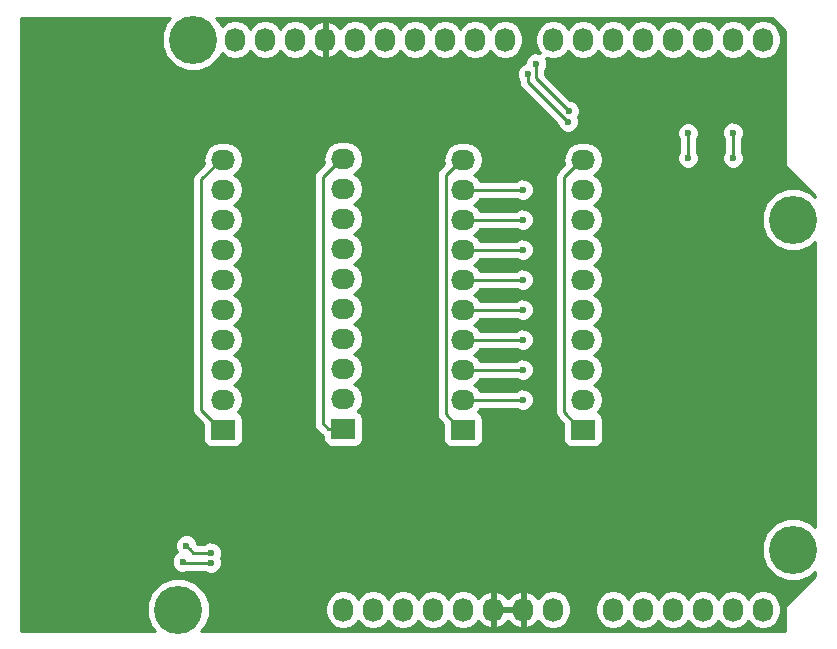
<source format=gbr>
G04 #@! TF.FileFunction,Copper,L2,Bot,Signal*
%FSLAX46Y46*%
G04 Gerber Fmt 4.6, Leading zero omitted, Abs format (unit mm)*
G04 Created by KiCad (PCBNEW 4.0.6-e0-6349~53~ubuntu16.04.1) date Thu Jul 27 14:37:32 2017*
%MOMM*%
%LPD*%
G01*
G04 APERTURE LIST*
%ADD10C,0.100000*%
%ADD11O,1.727200X2.032000*%
%ADD12C,4.064000*%
%ADD13R,2.032000X1.727200*%
%ADD14O,2.032000X1.727200*%
%ADD15C,0.600000*%
%ADD16C,0.250000*%
%ADD17C,0.254000*%
G04 APERTURE END LIST*
D10*
D11*
X138938000Y-123825000D03*
X141478000Y-123825000D03*
X144018000Y-123825000D03*
X146558000Y-123825000D03*
X149098000Y-123825000D03*
X151638000Y-123825000D03*
X154178000Y-123825000D03*
X156718000Y-123825000D03*
X161798000Y-123825000D03*
X164338000Y-123825000D03*
X166878000Y-123825000D03*
X169418000Y-123825000D03*
X171958000Y-123825000D03*
X174498000Y-123825000D03*
X129794000Y-75565000D03*
X132334000Y-75565000D03*
X134874000Y-75565000D03*
X137414000Y-75565000D03*
X139954000Y-75565000D03*
X142494000Y-75565000D03*
X145034000Y-75565000D03*
X147574000Y-75565000D03*
X150114000Y-75565000D03*
X152654000Y-75565000D03*
X156718000Y-75565000D03*
X159258000Y-75565000D03*
X161798000Y-75565000D03*
X164338000Y-75565000D03*
X166878000Y-75565000D03*
X169418000Y-75565000D03*
X171958000Y-75565000D03*
X174498000Y-75565000D03*
D12*
X124968000Y-123825000D03*
X177038000Y-118745000D03*
X126238000Y-75565000D03*
X177038000Y-90805000D03*
D13*
X128778000Y-108585000D03*
D14*
X128778000Y-106045000D03*
X128778000Y-103505000D03*
X128778000Y-100965000D03*
X128778000Y-98425000D03*
X128778000Y-95885000D03*
X128778000Y-93345000D03*
X128778000Y-90805000D03*
X128778000Y-88265000D03*
X128778000Y-85725000D03*
D13*
X138938000Y-108525000D03*
D14*
X138938000Y-105985000D03*
X138938000Y-103445000D03*
X138938000Y-100905000D03*
X138938000Y-98365000D03*
X138938000Y-95825000D03*
X138938000Y-93285000D03*
X138938000Y-90745000D03*
X138938000Y-88205000D03*
X138938000Y-85665000D03*
D13*
X149098000Y-108585000D03*
D14*
X149098000Y-106045000D03*
X149098000Y-103505000D03*
X149098000Y-100965000D03*
X149098000Y-98425000D03*
X149098000Y-95885000D03*
X149098000Y-93345000D03*
X149098000Y-90805000D03*
X149098000Y-88265000D03*
X149098000Y-85725000D03*
D13*
X159258000Y-108585000D03*
D14*
X159258000Y-106045000D03*
X159258000Y-103505000D03*
X159258000Y-100965000D03*
X159258000Y-98425000D03*
X159258000Y-95885000D03*
X159258000Y-93345000D03*
X159258000Y-90805000D03*
X159258000Y-88265000D03*
X159258000Y-85725000D03*
D15*
X136398000Y-114935000D03*
X146558000Y-114935000D03*
X156718000Y-114935000D03*
X166878000Y-114935000D03*
X170053000Y-86675000D03*
X125674011Y-118403194D03*
X127762000Y-118999000D03*
X125349000Y-119761000D03*
X127762000Y-119888000D03*
X154178000Y-88265000D03*
X154178000Y-90805000D03*
X154178000Y-93345000D03*
X154178000Y-95885000D03*
X154178000Y-98425000D03*
X154178000Y-100965000D03*
X154178000Y-103505000D03*
X154178000Y-106045000D03*
X155311010Y-77597000D03*
X158044596Y-81595697D03*
X154559002Y-78486000D03*
X157988000Y-82550000D03*
X171958000Y-85598000D03*
X171958000Y-83439000D03*
X168148000Y-85598000D03*
X168148000Y-83474989D03*
D16*
X125974010Y-118703193D02*
X125674011Y-118403194D01*
X126269817Y-118999000D02*
X125974010Y-118703193D01*
X127762000Y-118999000D02*
X126269817Y-118999000D01*
X127762000Y-119888000D02*
X125476000Y-119888000D01*
X125476000Y-119888000D02*
X125349000Y-119761000D01*
X149098000Y-88265000D02*
X154178000Y-88265000D01*
X149098000Y-90805000D02*
X154178000Y-90805000D01*
X149098000Y-93345000D02*
X154178000Y-93345000D01*
X149098000Y-95885000D02*
X154178000Y-95885000D01*
X149098000Y-98425000D02*
X154178000Y-98425000D01*
X149098000Y-100965000D02*
X154178000Y-100965000D01*
X149098000Y-103505000D02*
X154178000Y-103505000D01*
X149098000Y-106045000D02*
X154178000Y-106045000D01*
X158044596Y-81595697D02*
X155311010Y-78862111D01*
X155311010Y-78862111D02*
X155311010Y-78021264D01*
X155311010Y-78021264D02*
X155311010Y-77597000D01*
X157988000Y-82550000D02*
X154559002Y-79121002D01*
X154559002Y-79121002D02*
X154559002Y-78910264D01*
X154559002Y-78910264D02*
X154559002Y-78486000D01*
X171958000Y-83439000D02*
X171958000Y-85598000D01*
X168148000Y-83474989D02*
X168148000Y-85598000D01*
X126949200Y-106908600D02*
X126949200Y-87401400D01*
X126949200Y-87401400D02*
X128625600Y-85725000D01*
X128625600Y-85725000D02*
X128778000Y-85725000D01*
X128778000Y-108585000D02*
X128625600Y-108585000D01*
X128625600Y-108585000D02*
X126949200Y-106908600D01*
X137210800Y-108063800D02*
X137210800Y-87239800D01*
X137210800Y-87239800D02*
X138785600Y-85665000D01*
X138785600Y-85665000D02*
X138938000Y-85665000D01*
X138938000Y-108525000D02*
X137672000Y-108525000D01*
X137672000Y-108525000D02*
X137210800Y-108063800D01*
X147624800Y-107264200D02*
X147624800Y-87045800D01*
X147624800Y-87045800D02*
X148945600Y-85725000D01*
X148945600Y-85725000D02*
X149098000Y-85725000D01*
X149098000Y-108585000D02*
X148945600Y-108585000D01*
X148945600Y-108585000D02*
X147624800Y-107264200D01*
X157632400Y-107111800D02*
X157632400Y-87198200D01*
X157632400Y-87198200D02*
X159105600Y-85725000D01*
X159105600Y-85725000D02*
X159258000Y-85725000D01*
X159258000Y-108585000D02*
X159105600Y-108585000D01*
X159105600Y-108585000D02*
X157632400Y-107111800D01*
D17*
G36*
X123978345Y-74052293D02*
X123571464Y-75032173D01*
X123570538Y-76093172D01*
X123975709Y-77073761D01*
X124725293Y-77824655D01*
X125705173Y-78231536D01*
X126766172Y-78232462D01*
X127746761Y-77827291D01*
X128497655Y-77077707D01*
X128657071Y-76693789D01*
X128734330Y-76809415D01*
X129220511Y-77134271D01*
X129794000Y-77248345D01*
X130367489Y-77134271D01*
X130853670Y-76809415D01*
X131064000Y-76494634D01*
X131274330Y-76809415D01*
X131760511Y-77134271D01*
X132334000Y-77248345D01*
X132907489Y-77134271D01*
X133393670Y-76809415D01*
X133604000Y-76494634D01*
X133814330Y-76809415D01*
X134300511Y-77134271D01*
X134874000Y-77248345D01*
X135447489Y-77134271D01*
X135933670Y-76809415D01*
X136140461Y-76499931D01*
X136511964Y-76915732D01*
X137039209Y-77169709D01*
X137054974Y-77172358D01*
X137287000Y-77051217D01*
X137287000Y-75692000D01*
X137267000Y-75692000D01*
X137267000Y-75438000D01*
X137287000Y-75438000D01*
X137287000Y-74078783D01*
X137541000Y-74078783D01*
X137541000Y-75438000D01*
X137561000Y-75438000D01*
X137561000Y-75692000D01*
X137541000Y-75692000D01*
X137541000Y-77051217D01*
X137773026Y-77172358D01*
X137788791Y-77169709D01*
X138316036Y-76915732D01*
X138687539Y-76499931D01*
X138894330Y-76809415D01*
X139380511Y-77134271D01*
X139954000Y-77248345D01*
X140527489Y-77134271D01*
X141013670Y-76809415D01*
X141224000Y-76494634D01*
X141434330Y-76809415D01*
X141920511Y-77134271D01*
X142494000Y-77248345D01*
X143067489Y-77134271D01*
X143553670Y-76809415D01*
X143764000Y-76494634D01*
X143974330Y-76809415D01*
X144460511Y-77134271D01*
X145034000Y-77248345D01*
X145607489Y-77134271D01*
X146093670Y-76809415D01*
X146304000Y-76494634D01*
X146514330Y-76809415D01*
X147000511Y-77134271D01*
X147574000Y-77248345D01*
X148147489Y-77134271D01*
X148633670Y-76809415D01*
X148844000Y-76494634D01*
X149054330Y-76809415D01*
X149540511Y-77134271D01*
X150114000Y-77248345D01*
X150687489Y-77134271D01*
X151173670Y-76809415D01*
X151384000Y-76494634D01*
X151594330Y-76809415D01*
X152080511Y-77134271D01*
X152654000Y-77248345D01*
X153227489Y-77134271D01*
X153713670Y-76809415D01*
X154038526Y-76323234D01*
X154152600Y-75749745D01*
X154152600Y-75380255D01*
X154038526Y-74806766D01*
X153713670Y-74320585D01*
X153227489Y-73995729D01*
X152654000Y-73881655D01*
X152080511Y-73995729D01*
X151594330Y-74320585D01*
X151384000Y-74635366D01*
X151173670Y-74320585D01*
X150687489Y-73995729D01*
X150114000Y-73881655D01*
X149540511Y-73995729D01*
X149054330Y-74320585D01*
X148844000Y-74635366D01*
X148633670Y-74320585D01*
X148147489Y-73995729D01*
X147574000Y-73881655D01*
X147000511Y-73995729D01*
X146514330Y-74320585D01*
X146304000Y-74635366D01*
X146093670Y-74320585D01*
X145607489Y-73995729D01*
X145034000Y-73881655D01*
X144460511Y-73995729D01*
X143974330Y-74320585D01*
X143764000Y-74635366D01*
X143553670Y-74320585D01*
X143067489Y-73995729D01*
X142494000Y-73881655D01*
X141920511Y-73995729D01*
X141434330Y-74320585D01*
X141224000Y-74635366D01*
X141013670Y-74320585D01*
X140527489Y-73995729D01*
X139954000Y-73881655D01*
X139380511Y-73995729D01*
X138894330Y-74320585D01*
X138687539Y-74630069D01*
X138316036Y-74214268D01*
X137788791Y-73960291D01*
X137773026Y-73957642D01*
X137541000Y-74078783D01*
X137287000Y-74078783D01*
X137054974Y-73957642D01*
X137039209Y-73960291D01*
X136511964Y-74214268D01*
X136140461Y-74630069D01*
X135933670Y-74320585D01*
X135447489Y-73995729D01*
X134874000Y-73881655D01*
X134300511Y-73995729D01*
X133814330Y-74320585D01*
X133604000Y-74635366D01*
X133393670Y-74320585D01*
X132907489Y-73995729D01*
X132334000Y-73881655D01*
X131760511Y-73995729D01*
X131274330Y-74320585D01*
X131064000Y-74635366D01*
X130853670Y-74320585D01*
X130367489Y-73995729D01*
X129794000Y-73881655D01*
X129220511Y-73995729D01*
X128734330Y-74320585D01*
X128657208Y-74436007D01*
X128500291Y-74056239D01*
X128179612Y-73735000D01*
X175219908Y-73735000D01*
X176328000Y-74843091D01*
X176328000Y-85979000D01*
X176382046Y-86250705D01*
X176535954Y-86481046D01*
X178868000Y-88813091D01*
X178868000Y-88863193D01*
X178550707Y-88545345D01*
X177570827Y-88138464D01*
X176509828Y-88137538D01*
X175529239Y-88542709D01*
X174778345Y-89292293D01*
X174371464Y-90272173D01*
X174370538Y-91333172D01*
X174775709Y-92313761D01*
X175525293Y-93064655D01*
X176505173Y-93471536D01*
X177566172Y-93472462D01*
X178546761Y-93067291D01*
X178868000Y-92746612D01*
X178868000Y-116803193D01*
X178550707Y-116485345D01*
X177570827Y-116078464D01*
X176509828Y-116077538D01*
X175529239Y-116482709D01*
X174778345Y-117232293D01*
X174371464Y-118212173D01*
X174370538Y-119273172D01*
X174775709Y-120253761D01*
X175525293Y-121004655D01*
X176505173Y-121411536D01*
X177566172Y-121412462D01*
X178546761Y-121007291D01*
X178868000Y-120686612D01*
X178868000Y-120990909D01*
X176535954Y-123322954D01*
X176382046Y-123553295D01*
X176328000Y-123825000D01*
X176328000Y-125655000D01*
X126909807Y-125655000D01*
X127227655Y-125337707D01*
X127634536Y-124357827D01*
X127635162Y-123640255D01*
X137439400Y-123640255D01*
X137439400Y-124009745D01*
X137553474Y-124583234D01*
X137878330Y-125069415D01*
X138364511Y-125394271D01*
X138938000Y-125508345D01*
X139511489Y-125394271D01*
X139997670Y-125069415D01*
X140208000Y-124754634D01*
X140418330Y-125069415D01*
X140904511Y-125394271D01*
X141478000Y-125508345D01*
X142051489Y-125394271D01*
X142537670Y-125069415D01*
X142748000Y-124754634D01*
X142958330Y-125069415D01*
X143444511Y-125394271D01*
X144018000Y-125508345D01*
X144591489Y-125394271D01*
X145077670Y-125069415D01*
X145288000Y-124754634D01*
X145498330Y-125069415D01*
X145984511Y-125394271D01*
X146558000Y-125508345D01*
X147131489Y-125394271D01*
X147617670Y-125069415D01*
X147828000Y-124754634D01*
X148038330Y-125069415D01*
X148524511Y-125394271D01*
X149098000Y-125508345D01*
X149671489Y-125394271D01*
X150157670Y-125069415D01*
X150364461Y-124759931D01*
X150735964Y-125175732D01*
X151263209Y-125429709D01*
X151278974Y-125432358D01*
X151511000Y-125311217D01*
X151511000Y-123952000D01*
X151765000Y-123952000D01*
X151765000Y-125311217D01*
X151997026Y-125432358D01*
X152012791Y-125429709D01*
X152540036Y-125175732D01*
X152908000Y-124763892D01*
X153275964Y-125175732D01*
X153803209Y-125429709D01*
X153818974Y-125432358D01*
X154051000Y-125311217D01*
X154051000Y-123952000D01*
X151765000Y-123952000D01*
X151511000Y-123952000D01*
X151491000Y-123952000D01*
X151491000Y-123698000D01*
X151511000Y-123698000D01*
X151511000Y-122338783D01*
X151765000Y-122338783D01*
X151765000Y-123698000D01*
X154051000Y-123698000D01*
X154051000Y-122338783D01*
X154305000Y-122338783D01*
X154305000Y-123698000D01*
X154325000Y-123698000D01*
X154325000Y-123952000D01*
X154305000Y-123952000D01*
X154305000Y-125311217D01*
X154537026Y-125432358D01*
X154552791Y-125429709D01*
X155080036Y-125175732D01*
X155451539Y-124759931D01*
X155658330Y-125069415D01*
X156144511Y-125394271D01*
X156718000Y-125508345D01*
X157291489Y-125394271D01*
X157777670Y-125069415D01*
X158102526Y-124583234D01*
X158216600Y-124009745D01*
X158216600Y-123640255D01*
X160299400Y-123640255D01*
X160299400Y-124009745D01*
X160413474Y-124583234D01*
X160738330Y-125069415D01*
X161224511Y-125394271D01*
X161798000Y-125508345D01*
X162371489Y-125394271D01*
X162857670Y-125069415D01*
X163068000Y-124754634D01*
X163278330Y-125069415D01*
X163764511Y-125394271D01*
X164338000Y-125508345D01*
X164911489Y-125394271D01*
X165397670Y-125069415D01*
X165608000Y-124754634D01*
X165818330Y-125069415D01*
X166304511Y-125394271D01*
X166878000Y-125508345D01*
X167451489Y-125394271D01*
X167937670Y-125069415D01*
X168148000Y-124754634D01*
X168358330Y-125069415D01*
X168844511Y-125394271D01*
X169418000Y-125508345D01*
X169991489Y-125394271D01*
X170477670Y-125069415D01*
X170688000Y-124754634D01*
X170898330Y-125069415D01*
X171384511Y-125394271D01*
X171958000Y-125508345D01*
X172531489Y-125394271D01*
X173017670Y-125069415D01*
X173228000Y-124754634D01*
X173438330Y-125069415D01*
X173924511Y-125394271D01*
X174498000Y-125508345D01*
X175071489Y-125394271D01*
X175557670Y-125069415D01*
X175882526Y-124583234D01*
X175996600Y-124009745D01*
X175996600Y-123640255D01*
X175882526Y-123066766D01*
X175557670Y-122580585D01*
X175071489Y-122255729D01*
X174498000Y-122141655D01*
X173924511Y-122255729D01*
X173438330Y-122580585D01*
X173228000Y-122895366D01*
X173017670Y-122580585D01*
X172531489Y-122255729D01*
X171958000Y-122141655D01*
X171384511Y-122255729D01*
X170898330Y-122580585D01*
X170688000Y-122895366D01*
X170477670Y-122580585D01*
X169991489Y-122255729D01*
X169418000Y-122141655D01*
X168844511Y-122255729D01*
X168358330Y-122580585D01*
X168148000Y-122895366D01*
X167937670Y-122580585D01*
X167451489Y-122255729D01*
X166878000Y-122141655D01*
X166304511Y-122255729D01*
X165818330Y-122580585D01*
X165608000Y-122895366D01*
X165397670Y-122580585D01*
X164911489Y-122255729D01*
X164338000Y-122141655D01*
X163764511Y-122255729D01*
X163278330Y-122580585D01*
X163068000Y-122895366D01*
X162857670Y-122580585D01*
X162371489Y-122255729D01*
X161798000Y-122141655D01*
X161224511Y-122255729D01*
X160738330Y-122580585D01*
X160413474Y-123066766D01*
X160299400Y-123640255D01*
X158216600Y-123640255D01*
X158102526Y-123066766D01*
X157777670Y-122580585D01*
X157291489Y-122255729D01*
X156718000Y-122141655D01*
X156144511Y-122255729D01*
X155658330Y-122580585D01*
X155451539Y-122890069D01*
X155080036Y-122474268D01*
X154552791Y-122220291D01*
X154537026Y-122217642D01*
X154305000Y-122338783D01*
X154051000Y-122338783D01*
X153818974Y-122217642D01*
X153803209Y-122220291D01*
X153275964Y-122474268D01*
X152908000Y-122886108D01*
X152540036Y-122474268D01*
X152012791Y-122220291D01*
X151997026Y-122217642D01*
X151765000Y-122338783D01*
X151511000Y-122338783D01*
X151278974Y-122217642D01*
X151263209Y-122220291D01*
X150735964Y-122474268D01*
X150364461Y-122890069D01*
X150157670Y-122580585D01*
X149671489Y-122255729D01*
X149098000Y-122141655D01*
X148524511Y-122255729D01*
X148038330Y-122580585D01*
X147828000Y-122895366D01*
X147617670Y-122580585D01*
X147131489Y-122255729D01*
X146558000Y-122141655D01*
X145984511Y-122255729D01*
X145498330Y-122580585D01*
X145288000Y-122895366D01*
X145077670Y-122580585D01*
X144591489Y-122255729D01*
X144018000Y-122141655D01*
X143444511Y-122255729D01*
X142958330Y-122580585D01*
X142748000Y-122895366D01*
X142537670Y-122580585D01*
X142051489Y-122255729D01*
X141478000Y-122141655D01*
X140904511Y-122255729D01*
X140418330Y-122580585D01*
X140208000Y-122895366D01*
X139997670Y-122580585D01*
X139511489Y-122255729D01*
X138938000Y-122141655D01*
X138364511Y-122255729D01*
X137878330Y-122580585D01*
X137553474Y-123066766D01*
X137439400Y-123640255D01*
X127635162Y-123640255D01*
X127635462Y-123296828D01*
X127230291Y-122316239D01*
X126480707Y-121565345D01*
X125500827Y-121158464D01*
X124439828Y-121157538D01*
X123459239Y-121562709D01*
X122708345Y-122312293D01*
X122301464Y-123292173D01*
X122300538Y-124353172D01*
X122705709Y-125333761D01*
X123026388Y-125655000D01*
X111708000Y-125655000D01*
X111708000Y-119946167D01*
X124413838Y-119946167D01*
X124555883Y-120289943D01*
X124818673Y-120553192D01*
X125162201Y-120695838D01*
X125534167Y-120696162D01*
X125650728Y-120648000D01*
X127199537Y-120648000D01*
X127231673Y-120680192D01*
X127575201Y-120822838D01*
X127947167Y-120823162D01*
X128290943Y-120681117D01*
X128554192Y-120418327D01*
X128696838Y-120074799D01*
X128697162Y-119702833D01*
X128589920Y-119443286D01*
X128696838Y-119185799D01*
X128697162Y-118813833D01*
X128555117Y-118470057D01*
X128292327Y-118206808D01*
X127948799Y-118064162D01*
X127576833Y-118063838D01*
X127233057Y-118205883D01*
X127199882Y-118239000D01*
X126609155Y-118239000D01*
X126609173Y-118218027D01*
X126467128Y-117874251D01*
X126204338Y-117611002D01*
X125860810Y-117468356D01*
X125488844Y-117468032D01*
X125145068Y-117610077D01*
X124881819Y-117872867D01*
X124739173Y-118216395D01*
X124738849Y-118588361D01*
X124880894Y-118932137D01*
X124888392Y-118939648D01*
X124820057Y-118967883D01*
X124556808Y-119230673D01*
X124414162Y-119574201D01*
X124413838Y-119946167D01*
X111708000Y-119946167D01*
X111708000Y-87401400D01*
X126189200Y-87401400D01*
X126189200Y-106908600D01*
X126247052Y-107199439D01*
X126411799Y-107446001D01*
X127114560Y-108148762D01*
X127114560Y-109448600D01*
X127158838Y-109683917D01*
X127297910Y-109900041D01*
X127510110Y-110045031D01*
X127762000Y-110096040D01*
X129794000Y-110096040D01*
X130029317Y-110051762D01*
X130245441Y-109912690D01*
X130390431Y-109700490D01*
X130441440Y-109448600D01*
X130441440Y-107721400D01*
X130397162Y-107486083D01*
X130258090Y-107269959D01*
X130045890Y-107124969D01*
X130004561Y-107116600D01*
X130022415Y-107104670D01*
X130347271Y-106618489D01*
X130461345Y-106045000D01*
X130347271Y-105471511D01*
X130022415Y-104985330D01*
X129707634Y-104775000D01*
X130022415Y-104564670D01*
X130347271Y-104078489D01*
X130461345Y-103505000D01*
X130347271Y-102931511D01*
X130022415Y-102445330D01*
X129707634Y-102235000D01*
X130022415Y-102024670D01*
X130347271Y-101538489D01*
X130461345Y-100965000D01*
X130347271Y-100391511D01*
X130022415Y-99905330D01*
X129707634Y-99695000D01*
X130022415Y-99484670D01*
X130347271Y-98998489D01*
X130461345Y-98425000D01*
X130347271Y-97851511D01*
X130022415Y-97365330D01*
X129707634Y-97155000D01*
X130022415Y-96944670D01*
X130347271Y-96458489D01*
X130461345Y-95885000D01*
X130347271Y-95311511D01*
X130022415Y-94825330D01*
X129707634Y-94615000D01*
X130022415Y-94404670D01*
X130347271Y-93918489D01*
X130461345Y-93345000D01*
X130347271Y-92771511D01*
X130022415Y-92285330D01*
X129707634Y-92075000D01*
X130022415Y-91864670D01*
X130347271Y-91378489D01*
X130461345Y-90805000D01*
X130347271Y-90231511D01*
X130022415Y-89745330D01*
X129707634Y-89535000D01*
X130022415Y-89324670D01*
X130347271Y-88838489D01*
X130461345Y-88265000D01*
X130347271Y-87691511D01*
X130045448Y-87239800D01*
X136450800Y-87239800D01*
X136450800Y-108063800D01*
X136508652Y-108354639D01*
X136673399Y-108601201D01*
X137134599Y-109062401D01*
X137274560Y-109155920D01*
X137274560Y-109388600D01*
X137318838Y-109623917D01*
X137457910Y-109840041D01*
X137670110Y-109985031D01*
X137922000Y-110036040D01*
X139954000Y-110036040D01*
X140189317Y-109991762D01*
X140405441Y-109852690D01*
X140550431Y-109640490D01*
X140601440Y-109388600D01*
X140601440Y-107661400D01*
X140557162Y-107426083D01*
X140418090Y-107209959D01*
X140205890Y-107064969D01*
X140164561Y-107056600D01*
X140182415Y-107044670D01*
X140507271Y-106558489D01*
X140621345Y-105985000D01*
X140507271Y-105411511D01*
X140182415Y-104925330D01*
X139867634Y-104715000D01*
X140182415Y-104504670D01*
X140507271Y-104018489D01*
X140621345Y-103445000D01*
X140507271Y-102871511D01*
X140182415Y-102385330D01*
X139867634Y-102175000D01*
X140182415Y-101964670D01*
X140507271Y-101478489D01*
X140621345Y-100905000D01*
X140507271Y-100331511D01*
X140182415Y-99845330D01*
X139867634Y-99635000D01*
X140182415Y-99424670D01*
X140507271Y-98938489D01*
X140621345Y-98365000D01*
X140507271Y-97791511D01*
X140182415Y-97305330D01*
X139867634Y-97095000D01*
X140182415Y-96884670D01*
X140507271Y-96398489D01*
X140621345Y-95825000D01*
X140507271Y-95251511D01*
X140182415Y-94765330D01*
X139867634Y-94555000D01*
X140182415Y-94344670D01*
X140507271Y-93858489D01*
X140621345Y-93285000D01*
X140507271Y-92711511D01*
X140182415Y-92225330D01*
X139867634Y-92015000D01*
X140182415Y-91804670D01*
X140507271Y-91318489D01*
X140621345Y-90745000D01*
X140507271Y-90171511D01*
X140182415Y-89685330D01*
X139867634Y-89475000D01*
X140182415Y-89264670D01*
X140507271Y-88778489D01*
X140621345Y-88205000D01*
X140507271Y-87631511D01*
X140182415Y-87145330D01*
X140033458Y-87045800D01*
X146864800Y-87045800D01*
X146864800Y-107264200D01*
X146922652Y-107555039D01*
X147087399Y-107801601D01*
X147434560Y-108148762D01*
X147434560Y-109448600D01*
X147478838Y-109683917D01*
X147617910Y-109900041D01*
X147830110Y-110045031D01*
X148082000Y-110096040D01*
X150114000Y-110096040D01*
X150349317Y-110051762D01*
X150565441Y-109912690D01*
X150710431Y-109700490D01*
X150761440Y-109448600D01*
X150761440Y-107721400D01*
X150717162Y-107486083D01*
X150578090Y-107269959D01*
X150365890Y-107124969D01*
X150324561Y-107116600D01*
X150342415Y-107104670D01*
X150542648Y-106805000D01*
X153615537Y-106805000D01*
X153647673Y-106837192D01*
X153991201Y-106979838D01*
X154363167Y-106980162D01*
X154706943Y-106838117D01*
X154970192Y-106575327D01*
X155112838Y-106231799D01*
X155113162Y-105859833D01*
X154971117Y-105516057D01*
X154708327Y-105252808D01*
X154364799Y-105110162D01*
X153992833Y-105109838D01*
X153649057Y-105251883D01*
X153615882Y-105285000D01*
X150542648Y-105285000D01*
X150342415Y-104985330D01*
X150027634Y-104775000D01*
X150342415Y-104564670D01*
X150542648Y-104265000D01*
X153615537Y-104265000D01*
X153647673Y-104297192D01*
X153991201Y-104439838D01*
X154363167Y-104440162D01*
X154706943Y-104298117D01*
X154970192Y-104035327D01*
X155112838Y-103691799D01*
X155113162Y-103319833D01*
X154971117Y-102976057D01*
X154708327Y-102712808D01*
X154364799Y-102570162D01*
X153992833Y-102569838D01*
X153649057Y-102711883D01*
X153615882Y-102745000D01*
X150542648Y-102745000D01*
X150342415Y-102445330D01*
X150027634Y-102235000D01*
X150342415Y-102024670D01*
X150542648Y-101725000D01*
X153615537Y-101725000D01*
X153647673Y-101757192D01*
X153991201Y-101899838D01*
X154363167Y-101900162D01*
X154706943Y-101758117D01*
X154970192Y-101495327D01*
X155112838Y-101151799D01*
X155113162Y-100779833D01*
X154971117Y-100436057D01*
X154708327Y-100172808D01*
X154364799Y-100030162D01*
X153992833Y-100029838D01*
X153649057Y-100171883D01*
X153615882Y-100205000D01*
X150542648Y-100205000D01*
X150342415Y-99905330D01*
X150027634Y-99695000D01*
X150342415Y-99484670D01*
X150542648Y-99185000D01*
X153615537Y-99185000D01*
X153647673Y-99217192D01*
X153991201Y-99359838D01*
X154363167Y-99360162D01*
X154706943Y-99218117D01*
X154970192Y-98955327D01*
X155112838Y-98611799D01*
X155113162Y-98239833D01*
X154971117Y-97896057D01*
X154708327Y-97632808D01*
X154364799Y-97490162D01*
X153992833Y-97489838D01*
X153649057Y-97631883D01*
X153615882Y-97665000D01*
X150542648Y-97665000D01*
X150342415Y-97365330D01*
X150027634Y-97155000D01*
X150342415Y-96944670D01*
X150542648Y-96645000D01*
X153615537Y-96645000D01*
X153647673Y-96677192D01*
X153991201Y-96819838D01*
X154363167Y-96820162D01*
X154706943Y-96678117D01*
X154970192Y-96415327D01*
X155112838Y-96071799D01*
X155113162Y-95699833D01*
X154971117Y-95356057D01*
X154708327Y-95092808D01*
X154364799Y-94950162D01*
X153992833Y-94949838D01*
X153649057Y-95091883D01*
X153615882Y-95125000D01*
X150542648Y-95125000D01*
X150342415Y-94825330D01*
X150027634Y-94615000D01*
X150342415Y-94404670D01*
X150542648Y-94105000D01*
X153615537Y-94105000D01*
X153647673Y-94137192D01*
X153991201Y-94279838D01*
X154363167Y-94280162D01*
X154706943Y-94138117D01*
X154970192Y-93875327D01*
X155112838Y-93531799D01*
X155113162Y-93159833D01*
X154971117Y-92816057D01*
X154708327Y-92552808D01*
X154364799Y-92410162D01*
X153992833Y-92409838D01*
X153649057Y-92551883D01*
X153615882Y-92585000D01*
X150542648Y-92585000D01*
X150342415Y-92285330D01*
X150027634Y-92075000D01*
X150342415Y-91864670D01*
X150542648Y-91565000D01*
X153615537Y-91565000D01*
X153647673Y-91597192D01*
X153991201Y-91739838D01*
X154363167Y-91740162D01*
X154706943Y-91598117D01*
X154970192Y-91335327D01*
X155112838Y-90991799D01*
X155113162Y-90619833D01*
X154971117Y-90276057D01*
X154708327Y-90012808D01*
X154364799Y-89870162D01*
X153992833Y-89869838D01*
X153649057Y-90011883D01*
X153615882Y-90045000D01*
X150542648Y-90045000D01*
X150342415Y-89745330D01*
X150027634Y-89535000D01*
X150342415Y-89324670D01*
X150542648Y-89025000D01*
X153615537Y-89025000D01*
X153647673Y-89057192D01*
X153991201Y-89199838D01*
X154363167Y-89200162D01*
X154706943Y-89058117D01*
X154970192Y-88795327D01*
X155112838Y-88451799D01*
X155113162Y-88079833D01*
X154971117Y-87736057D01*
X154708327Y-87472808D01*
X154364799Y-87330162D01*
X153992833Y-87329838D01*
X153649057Y-87471883D01*
X153615882Y-87505000D01*
X150542648Y-87505000D01*
X150342415Y-87205330D01*
X150331745Y-87198200D01*
X156872400Y-87198200D01*
X156872400Y-107111800D01*
X156930252Y-107402639D01*
X157094999Y-107649201D01*
X157594560Y-108148762D01*
X157594560Y-109448600D01*
X157638838Y-109683917D01*
X157777910Y-109900041D01*
X157990110Y-110045031D01*
X158242000Y-110096040D01*
X160274000Y-110096040D01*
X160509317Y-110051762D01*
X160725441Y-109912690D01*
X160870431Y-109700490D01*
X160921440Y-109448600D01*
X160921440Y-107721400D01*
X160877162Y-107486083D01*
X160738090Y-107269959D01*
X160525890Y-107124969D01*
X160484561Y-107116600D01*
X160502415Y-107104670D01*
X160827271Y-106618489D01*
X160941345Y-106045000D01*
X160827271Y-105471511D01*
X160502415Y-104985330D01*
X160187634Y-104775000D01*
X160502415Y-104564670D01*
X160827271Y-104078489D01*
X160941345Y-103505000D01*
X160827271Y-102931511D01*
X160502415Y-102445330D01*
X160187634Y-102235000D01*
X160502415Y-102024670D01*
X160827271Y-101538489D01*
X160941345Y-100965000D01*
X160827271Y-100391511D01*
X160502415Y-99905330D01*
X160187634Y-99695000D01*
X160502415Y-99484670D01*
X160827271Y-98998489D01*
X160941345Y-98425000D01*
X160827271Y-97851511D01*
X160502415Y-97365330D01*
X160187634Y-97155000D01*
X160502415Y-96944670D01*
X160827271Y-96458489D01*
X160941345Y-95885000D01*
X160827271Y-95311511D01*
X160502415Y-94825330D01*
X160187634Y-94615000D01*
X160502415Y-94404670D01*
X160827271Y-93918489D01*
X160941345Y-93345000D01*
X160827271Y-92771511D01*
X160502415Y-92285330D01*
X160187634Y-92075000D01*
X160502415Y-91864670D01*
X160827271Y-91378489D01*
X160941345Y-90805000D01*
X160827271Y-90231511D01*
X160502415Y-89745330D01*
X160187634Y-89535000D01*
X160502415Y-89324670D01*
X160827271Y-88838489D01*
X160941345Y-88265000D01*
X160827271Y-87691511D01*
X160502415Y-87205330D01*
X160187634Y-86995000D01*
X160502415Y-86784670D01*
X160827271Y-86298489D01*
X160941345Y-85725000D01*
X160827271Y-85151511D01*
X160502415Y-84665330D01*
X160016234Y-84340474D01*
X159442745Y-84226400D01*
X159073255Y-84226400D01*
X158499766Y-84340474D01*
X158013585Y-84665330D01*
X157688729Y-85151511D01*
X157574655Y-85725000D01*
X157650334Y-86105464D01*
X157094999Y-86660799D01*
X156930252Y-86907361D01*
X156872400Y-87198200D01*
X150331745Y-87198200D01*
X150027634Y-86995000D01*
X150342415Y-86784670D01*
X150667271Y-86298489D01*
X150781345Y-85725000D01*
X150667271Y-85151511D01*
X150342415Y-84665330D01*
X149856234Y-84340474D01*
X149282745Y-84226400D01*
X148913255Y-84226400D01*
X148339766Y-84340474D01*
X147853585Y-84665330D01*
X147528729Y-85151511D01*
X147414655Y-85725000D01*
X147490334Y-86105464D01*
X147087399Y-86508399D01*
X146922652Y-86754961D01*
X146864800Y-87045800D01*
X140033458Y-87045800D01*
X139867634Y-86935000D01*
X140182415Y-86724670D01*
X140507271Y-86238489D01*
X140621345Y-85665000D01*
X140507271Y-85091511D01*
X140182415Y-84605330D01*
X139696234Y-84280474D01*
X139122745Y-84166400D01*
X138753255Y-84166400D01*
X138179766Y-84280474D01*
X137693585Y-84605330D01*
X137368729Y-85091511D01*
X137254655Y-85665000D01*
X137330334Y-86045464D01*
X136673399Y-86702399D01*
X136508652Y-86948961D01*
X136450800Y-87239800D01*
X130045448Y-87239800D01*
X130022415Y-87205330D01*
X129707634Y-86995000D01*
X130022415Y-86784670D01*
X130347271Y-86298489D01*
X130461345Y-85725000D01*
X130347271Y-85151511D01*
X130022415Y-84665330D01*
X129536234Y-84340474D01*
X128962745Y-84226400D01*
X128593255Y-84226400D01*
X128019766Y-84340474D01*
X127533585Y-84665330D01*
X127208729Y-85151511D01*
X127094655Y-85725000D01*
X127170334Y-86105464D01*
X126411799Y-86863999D01*
X126247052Y-87110561D01*
X126189200Y-87401400D01*
X111708000Y-87401400D01*
X111708000Y-83660156D01*
X167212838Y-83660156D01*
X167354883Y-84003932D01*
X167388000Y-84037107D01*
X167388000Y-85035537D01*
X167355808Y-85067673D01*
X167213162Y-85411201D01*
X167212838Y-85783167D01*
X167354883Y-86126943D01*
X167617673Y-86390192D01*
X167961201Y-86532838D01*
X168333167Y-86533162D01*
X168676943Y-86391117D01*
X168940192Y-86128327D01*
X169082838Y-85784799D01*
X169083162Y-85412833D01*
X168941117Y-85069057D01*
X168908000Y-85035882D01*
X168908000Y-84037452D01*
X168940192Y-84005316D01*
X169082838Y-83661788D01*
X169082870Y-83624167D01*
X171022838Y-83624167D01*
X171164883Y-83967943D01*
X171198000Y-84001118D01*
X171198000Y-85035537D01*
X171165808Y-85067673D01*
X171023162Y-85411201D01*
X171022838Y-85783167D01*
X171164883Y-86126943D01*
X171427673Y-86390192D01*
X171771201Y-86532838D01*
X172143167Y-86533162D01*
X172486943Y-86391117D01*
X172750192Y-86128327D01*
X172892838Y-85784799D01*
X172893162Y-85412833D01*
X172751117Y-85069057D01*
X172718000Y-85035882D01*
X172718000Y-84001463D01*
X172750192Y-83969327D01*
X172892838Y-83625799D01*
X172893162Y-83253833D01*
X172751117Y-82910057D01*
X172488327Y-82646808D01*
X172144799Y-82504162D01*
X171772833Y-82503838D01*
X171429057Y-82645883D01*
X171165808Y-82908673D01*
X171023162Y-83252201D01*
X171022838Y-83624167D01*
X169082870Y-83624167D01*
X169083162Y-83289822D01*
X168941117Y-82946046D01*
X168678327Y-82682797D01*
X168334799Y-82540151D01*
X167962833Y-82539827D01*
X167619057Y-82681872D01*
X167355808Y-82944662D01*
X167213162Y-83288190D01*
X167212838Y-83660156D01*
X111708000Y-83660156D01*
X111708000Y-78671167D01*
X153623840Y-78671167D01*
X153765885Y-79014943D01*
X153799002Y-79048118D01*
X153799002Y-79121002D01*
X153856854Y-79411841D01*
X154021601Y-79658403D01*
X157052878Y-82689680D01*
X157052838Y-82735167D01*
X157194883Y-83078943D01*
X157457673Y-83342192D01*
X157801201Y-83484838D01*
X158173167Y-83485162D01*
X158516943Y-83343117D01*
X158780192Y-83080327D01*
X158922838Y-82736799D01*
X158923162Y-82364833D01*
X158828080Y-82134717D01*
X158836788Y-82126024D01*
X158979434Y-81782496D01*
X158979758Y-81410530D01*
X158837713Y-81066754D01*
X158574923Y-80803505D01*
X158231395Y-80660859D01*
X158184519Y-80660818D01*
X156071010Y-78547309D01*
X156071010Y-78159463D01*
X156103202Y-78127327D01*
X156245848Y-77783799D01*
X156246172Y-77411833D01*
X156126519Y-77122249D01*
X156144511Y-77134271D01*
X156718000Y-77248345D01*
X157291489Y-77134271D01*
X157777670Y-76809415D01*
X157988000Y-76494634D01*
X158198330Y-76809415D01*
X158684511Y-77134271D01*
X159258000Y-77248345D01*
X159831489Y-77134271D01*
X160317670Y-76809415D01*
X160528000Y-76494634D01*
X160738330Y-76809415D01*
X161224511Y-77134271D01*
X161798000Y-77248345D01*
X162371489Y-77134271D01*
X162857670Y-76809415D01*
X163068000Y-76494634D01*
X163278330Y-76809415D01*
X163764511Y-77134271D01*
X164338000Y-77248345D01*
X164911489Y-77134271D01*
X165397670Y-76809415D01*
X165608000Y-76494634D01*
X165818330Y-76809415D01*
X166304511Y-77134271D01*
X166878000Y-77248345D01*
X167451489Y-77134271D01*
X167937670Y-76809415D01*
X168148000Y-76494634D01*
X168358330Y-76809415D01*
X168844511Y-77134271D01*
X169418000Y-77248345D01*
X169991489Y-77134271D01*
X170477670Y-76809415D01*
X170688000Y-76494634D01*
X170898330Y-76809415D01*
X171384511Y-77134271D01*
X171958000Y-77248345D01*
X172531489Y-77134271D01*
X173017670Y-76809415D01*
X173228000Y-76494634D01*
X173438330Y-76809415D01*
X173924511Y-77134271D01*
X174498000Y-77248345D01*
X175071489Y-77134271D01*
X175557670Y-76809415D01*
X175882526Y-76323234D01*
X175996600Y-75749745D01*
X175996600Y-75380255D01*
X175882526Y-74806766D01*
X175557670Y-74320585D01*
X175071489Y-73995729D01*
X174498000Y-73881655D01*
X173924511Y-73995729D01*
X173438330Y-74320585D01*
X173228000Y-74635366D01*
X173017670Y-74320585D01*
X172531489Y-73995729D01*
X171958000Y-73881655D01*
X171384511Y-73995729D01*
X170898330Y-74320585D01*
X170688000Y-74635366D01*
X170477670Y-74320585D01*
X169991489Y-73995729D01*
X169418000Y-73881655D01*
X168844511Y-73995729D01*
X168358330Y-74320585D01*
X168148000Y-74635366D01*
X167937670Y-74320585D01*
X167451489Y-73995729D01*
X166878000Y-73881655D01*
X166304511Y-73995729D01*
X165818330Y-74320585D01*
X165608000Y-74635366D01*
X165397670Y-74320585D01*
X164911489Y-73995729D01*
X164338000Y-73881655D01*
X163764511Y-73995729D01*
X163278330Y-74320585D01*
X163068000Y-74635366D01*
X162857670Y-74320585D01*
X162371489Y-73995729D01*
X161798000Y-73881655D01*
X161224511Y-73995729D01*
X160738330Y-74320585D01*
X160528000Y-74635366D01*
X160317670Y-74320585D01*
X159831489Y-73995729D01*
X159258000Y-73881655D01*
X158684511Y-73995729D01*
X158198330Y-74320585D01*
X157988000Y-74635366D01*
X157777670Y-74320585D01*
X157291489Y-73995729D01*
X156718000Y-73881655D01*
X156144511Y-73995729D01*
X155658330Y-74320585D01*
X155333474Y-74806766D01*
X155219400Y-75380255D01*
X155219400Y-75749745D01*
X155333474Y-76323234D01*
X155583796Y-76697867D01*
X155497809Y-76662162D01*
X155125843Y-76661838D01*
X154782067Y-76803883D01*
X154518818Y-77066673D01*
X154376172Y-77410201D01*
X154376049Y-77550840D01*
X154373835Y-77550838D01*
X154030059Y-77692883D01*
X153766810Y-77955673D01*
X153624164Y-78299201D01*
X153623840Y-78671167D01*
X111708000Y-78671167D01*
X111708000Y-73735000D01*
X124296193Y-73735000D01*
X123978345Y-74052293D01*
X123978345Y-74052293D01*
G37*
X123978345Y-74052293D02*
X123571464Y-75032173D01*
X123570538Y-76093172D01*
X123975709Y-77073761D01*
X124725293Y-77824655D01*
X125705173Y-78231536D01*
X126766172Y-78232462D01*
X127746761Y-77827291D01*
X128497655Y-77077707D01*
X128657071Y-76693789D01*
X128734330Y-76809415D01*
X129220511Y-77134271D01*
X129794000Y-77248345D01*
X130367489Y-77134271D01*
X130853670Y-76809415D01*
X131064000Y-76494634D01*
X131274330Y-76809415D01*
X131760511Y-77134271D01*
X132334000Y-77248345D01*
X132907489Y-77134271D01*
X133393670Y-76809415D01*
X133604000Y-76494634D01*
X133814330Y-76809415D01*
X134300511Y-77134271D01*
X134874000Y-77248345D01*
X135447489Y-77134271D01*
X135933670Y-76809415D01*
X136140461Y-76499931D01*
X136511964Y-76915732D01*
X137039209Y-77169709D01*
X137054974Y-77172358D01*
X137287000Y-77051217D01*
X137287000Y-75692000D01*
X137267000Y-75692000D01*
X137267000Y-75438000D01*
X137287000Y-75438000D01*
X137287000Y-74078783D01*
X137541000Y-74078783D01*
X137541000Y-75438000D01*
X137561000Y-75438000D01*
X137561000Y-75692000D01*
X137541000Y-75692000D01*
X137541000Y-77051217D01*
X137773026Y-77172358D01*
X137788791Y-77169709D01*
X138316036Y-76915732D01*
X138687539Y-76499931D01*
X138894330Y-76809415D01*
X139380511Y-77134271D01*
X139954000Y-77248345D01*
X140527489Y-77134271D01*
X141013670Y-76809415D01*
X141224000Y-76494634D01*
X141434330Y-76809415D01*
X141920511Y-77134271D01*
X142494000Y-77248345D01*
X143067489Y-77134271D01*
X143553670Y-76809415D01*
X143764000Y-76494634D01*
X143974330Y-76809415D01*
X144460511Y-77134271D01*
X145034000Y-77248345D01*
X145607489Y-77134271D01*
X146093670Y-76809415D01*
X146304000Y-76494634D01*
X146514330Y-76809415D01*
X147000511Y-77134271D01*
X147574000Y-77248345D01*
X148147489Y-77134271D01*
X148633670Y-76809415D01*
X148844000Y-76494634D01*
X149054330Y-76809415D01*
X149540511Y-77134271D01*
X150114000Y-77248345D01*
X150687489Y-77134271D01*
X151173670Y-76809415D01*
X151384000Y-76494634D01*
X151594330Y-76809415D01*
X152080511Y-77134271D01*
X152654000Y-77248345D01*
X153227489Y-77134271D01*
X153713670Y-76809415D01*
X154038526Y-76323234D01*
X154152600Y-75749745D01*
X154152600Y-75380255D01*
X154038526Y-74806766D01*
X153713670Y-74320585D01*
X153227489Y-73995729D01*
X152654000Y-73881655D01*
X152080511Y-73995729D01*
X151594330Y-74320585D01*
X151384000Y-74635366D01*
X151173670Y-74320585D01*
X150687489Y-73995729D01*
X150114000Y-73881655D01*
X149540511Y-73995729D01*
X149054330Y-74320585D01*
X148844000Y-74635366D01*
X148633670Y-74320585D01*
X148147489Y-73995729D01*
X147574000Y-73881655D01*
X147000511Y-73995729D01*
X146514330Y-74320585D01*
X146304000Y-74635366D01*
X146093670Y-74320585D01*
X145607489Y-73995729D01*
X145034000Y-73881655D01*
X144460511Y-73995729D01*
X143974330Y-74320585D01*
X143764000Y-74635366D01*
X143553670Y-74320585D01*
X143067489Y-73995729D01*
X142494000Y-73881655D01*
X141920511Y-73995729D01*
X141434330Y-74320585D01*
X141224000Y-74635366D01*
X141013670Y-74320585D01*
X140527489Y-73995729D01*
X139954000Y-73881655D01*
X139380511Y-73995729D01*
X138894330Y-74320585D01*
X138687539Y-74630069D01*
X138316036Y-74214268D01*
X137788791Y-73960291D01*
X137773026Y-73957642D01*
X137541000Y-74078783D01*
X137287000Y-74078783D01*
X137054974Y-73957642D01*
X137039209Y-73960291D01*
X136511964Y-74214268D01*
X136140461Y-74630069D01*
X135933670Y-74320585D01*
X135447489Y-73995729D01*
X134874000Y-73881655D01*
X134300511Y-73995729D01*
X133814330Y-74320585D01*
X133604000Y-74635366D01*
X133393670Y-74320585D01*
X132907489Y-73995729D01*
X132334000Y-73881655D01*
X131760511Y-73995729D01*
X131274330Y-74320585D01*
X131064000Y-74635366D01*
X130853670Y-74320585D01*
X130367489Y-73995729D01*
X129794000Y-73881655D01*
X129220511Y-73995729D01*
X128734330Y-74320585D01*
X128657208Y-74436007D01*
X128500291Y-74056239D01*
X128179612Y-73735000D01*
X175219908Y-73735000D01*
X176328000Y-74843091D01*
X176328000Y-85979000D01*
X176382046Y-86250705D01*
X176535954Y-86481046D01*
X178868000Y-88813091D01*
X178868000Y-88863193D01*
X178550707Y-88545345D01*
X177570827Y-88138464D01*
X176509828Y-88137538D01*
X175529239Y-88542709D01*
X174778345Y-89292293D01*
X174371464Y-90272173D01*
X174370538Y-91333172D01*
X174775709Y-92313761D01*
X175525293Y-93064655D01*
X176505173Y-93471536D01*
X177566172Y-93472462D01*
X178546761Y-93067291D01*
X178868000Y-92746612D01*
X178868000Y-116803193D01*
X178550707Y-116485345D01*
X177570827Y-116078464D01*
X176509828Y-116077538D01*
X175529239Y-116482709D01*
X174778345Y-117232293D01*
X174371464Y-118212173D01*
X174370538Y-119273172D01*
X174775709Y-120253761D01*
X175525293Y-121004655D01*
X176505173Y-121411536D01*
X177566172Y-121412462D01*
X178546761Y-121007291D01*
X178868000Y-120686612D01*
X178868000Y-120990909D01*
X176535954Y-123322954D01*
X176382046Y-123553295D01*
X176328000Y-123825000D01*
X176328000Y-125655000D01*
X126909807Y-125655000D01*
X127227655Y-125337707D01*
X127634536Y-124357827D01*
X127635162Y-123640255D01*
X137439400Y-123640255D01*
X137439400Y-124009745D01*
X137553474Y-124583234D01*
X137878330Y-125069415D01*
X138364511Y-125394271D01*
X138938000Y-125508345D01*
X139511489Y-125394271D01*
X139997670Y-125069415D01*
X140208000Y-124754634D01*
X140418330Y-125069415D01*
X140904511Y-125394271D01*
X141478000Y-125508345D01*
X142051489Y-125394271D01*
X142537670Y-125069415D01*
X142748000Y-124754634D01*
X142958330Y-125069415D01*
X143444511Y-125394271D01*
X144018000Y-125508345D01*
X144591489Y-125394271D01*
X145077670Y-125069415D01*
X145288000Y-124754634D01*
X145498330Y-125069415D01*
X145984511Y-125394271D01*
X146558000Y-125508345D01*
X147131489Y-125394271D01*
X147617670Y-125069415D01*
X147828000Y-124754634D01*
X148038330Y-125069415D01*
X148524511Y-125394271D01*
X149098000Y-125508345D01*
X149671489Y-125394271D01*
X150157670Y-125069415D01*
X150364461Y-124759931D01*
X150735964Y-125175732D01*
X151263209Y-125429709D01*
X151278974Y-125432358D01*
X151511000Y-125311217D01*
X151511000Y-123952000D01*
X151765000Y-123952000D01*
X151765000Y-125311217D01*
X151997026Y-125432358D01*
X152012791Y-125429709D01*
X152540036Y-125175732D01*
X152908000Y-124763892D01*
X153275964Y-125175732D01*
X153803209Y-125429709D01*
X153818974Y-125432358D01*
X154051000Y-125311217D01*
X154051000Y-123952000D01*
X151765000Y-123952000D01*
X151511000Y-123952000D01*
X151491000Y-123952000D01*
X151491000Y-123698000D01*
X151511000Y-123698000D01*
X151511000Y-122338783D01*
X151765000Y-122338783D01*
X151765000Y-123698000D01*
X154051000Y-123698000D01*
X154051000Y-122338783D01*
X154305000Y-122338783D01*
X154305000Y-123698000D01*
X154325000Y-123698000D01*
X154325000Y-123952000D01*
X154305000Y-123952000D01*
X154305000Y-125311217D01*
X154537026Y-125432358D01*
X154552791Y-125429709D01*
X155080036Y-125175732D01*
X155451539Y-124759931D01*
X155658330Y-125069415D01*
X156144511Y-125394271D01*
X156718000Y-125508345D01*
X157291489Y-125394271D01*
X157777670Y-125069415D01*
X158102526Y-124583234D01*
X158216600Y-124009745D01*
X158216600Y-123640255D01*
X160299400Y-123640255D01*
X160299400Y-124009745D01*
X160413474Y-124583234D01*
X160738330Y-125069415D01*
X161224511Y-125394271D01*
X161798000Y-125508345D01*
X162371489Y-125394271D01*
X162857670Y-125069415D01*
X163068000Y-124754634D01*
X163278330Y-125069415D01*
X163764511Y-125394271D01*
X164338000Y-125508345D01*
X164911489Y-125394271D01*
X165397670Y-125069415D01*
X165608000Y-124754634D01*
X165818330Y-125069415D01*
X166304511Y-125394271D01*
X166878000Y-125508345D01*
X167451489Y-125394271D01*
X167937670Y-125069415D01*
X168148000Y-124754634D01*
X168358330Y-125069415D01*
X168844511Y-125394271D01*
X169418000Y-125508345D01*
X169991489Y-125394271D01*
X170477670Y-125069415D01*
X170688000Y-124754634D01*
X170898330Y-125069415D01*
X171384511Y-125394271D01*
X171958000Y-125508345D01*
X172531489Y-125394271D01*
X173017670Y-125069415D01*
X173228000Y-124754634D01*
X173438330Y-125069415D01*
X173924511Y-125394271D01*
X174498000Y-125508345D01*
X175071489Y-125394271D01*
X175557670Y-125069415D01*
X175882526Y-124583234D01*
X175996600Y-124009745D01*
X175996600Y-123640255D01*
X175882526Y-123066766D01*
X175557670Y-122580585D01*
X175071489Y-122255729D01*
X174498000Y-122141655D01*
X173924511Y-122255729D01*
X173438330Y-122580585D01*
X173228000Y-122895366D01*
X173017670Y-122580585D01*
X172531489Y-122255729D01*
X171958000Y-122141655D01*
X171384511Y-122255729D01*
X170898330Y-122580585D01*
X170688000Y-122895366D01*
X170477670Y-122580585D01*
X169991489Y-122255729D01*
X169418000Y-122141655D01*
X168844511Y-122255729D01*
X168358330Y-122580585D01*
X168148000Y-122895366D01*
X167937670Y-122580585D01*
X167451489Y-122255729D01*
X166878000Y-122141655D01*
X166304511Y-122255729D01*
X165818330Y-122580585D01*
X165608000Y-122895366D01*
X165397670Y-122580585D01*
X164911489Y-122255729D01*
X164338000Y-122141655D01*
X163764511Y-122255729D01*
X163278330Y-122580585D01*
X163068000Y-122895366D01*
X162857670Y-122580585D01*
X162371489Y-122255729D01*
X161798000Y-122141655D01*
X161224511Y-122255729D01*
X160738330Y-122580585D01*
X160413474Y-123066766D01*
X160299400Y-123640255D01*
X158216600Y-123640255D01*
X158102526Y-123066766D01*
X157777670Y-122580585D01*
X157291489Y-122255729D01*
X156718000Y-122141655D01*
X156144511Y-122255729D01*
X155658330Y-122580585D01*
X155451539Y-122890069D01*
X155080036Y-122474268D01*
X154552791Y-122220291D01*
X154537026Y-122217642D01*
X154305000Y-122338783D01*
X154051000Y-122338783D01*
X153818974Y-122217642D01*
X153803209Y-122220291D01*
X153275964Y-122474268D01*
X152908000Y-122886108D01*
X152540036Y-122474268D01*
X152012791Y-122220291D01*
X151997026Y-122217642D01*
X151765000Y-122338783D01*
X151511000Y-122338783D01*
X151278974Y-122217642D01*
X151263209Y-122220291D01*
X150735964Y-122474268D01*
X150364461Y-122890069D01*
X150157670Y-122580585D01*
X149671489Y-122255729D01*
X149098000Y-122141655D01*
X148524511Y-122255729D01*
X148038330Y-122580585D01*
X147828000Y-122895366D01*
X147617670Y-122580585D01*
X147131489Y-122255729D01*
X146558000Y-122141655D01*
X145984511Y-122255729D01*
X145498330Y-122580585D01*
X145288000Y-122895366D01*
X145077670Y-122580585D01*
X144591489Y-122255729D01*
X144018000Y-122141655D01*
X143444511Y-122255729D01*
X142958330Y-122580585D01*
X142748000Y-122895366D01*
X142537670Y-122580585D01*
X142051489Y-122255729D01*
X141478000Y-122141655D01*
X140904511Y-122255729D01*
X140418330Y-122580585D01*
X140208000Y-122895366D01*
X139997670Y-122580585D01*
X139511489Y-122255729D01*
X138938000Y-122141655D01*
X138364511Y-122255729D01*
X137878330Y-122580585D01*
X137553474Y-123066766D01*
X137439400Y-123640255D01*
X127635162Y-123640255D01*
X127635462Y-123296828D01*
X127230291Y-122316239D01*
X126480707Y-121565345D01*
X125500827Y-121158464D01*
X124439828Y-121157538D01*
X123459239Y-121562709D01*
X122708345Y-122312293D01*
X122301464Y-123292173D01*
X122300538Y-124353172D01*
X122705709Y-125333761D01*
X123026388Y-125655000D01*
X111708000Y-125655000D01*
X111708000Y-119946167D01*
X124413838Y-119946167D01*
X124555883Y-120289943D01*
X124818673Y-120553192D01*
X125162201Y-120695838D01*
X125534167Y-120696162D01*
X125650728Y-120648000D01*
X127199537Y-120648000D01*
X127231673Y-120680192D01*
X127575201Y-120822838D01*
X127947167Y-120823162D01*
X128290943Y-120681117D01*
X128554192Y-120418327D01*
X128696838Y-120074799D01*
X128697162Y-119702833D01*
X128589920Y-119443286D01*
X128696838Y-119185799D01*
X128697162Y-118813833D01*
X128555117Y-118470057D01*
X128292327Y-118206808D01*
X127948799Y-118064162D01*
X127576833Y-118063838D01*
X127233057Y-118205883D01*
X127199882Y-118239000D01*
X126609155Y-118239000D01*
X126609173Y-118218027D01*
X126467128Y-117874251D01*
X126204338Y-117611002D01*
X125860810Y-117468356D01*
X125488844Y-117468032D01*
X125145068Y-117610077D01*
X124881819Y-117872867D01*
X124739173Y-118216395D01*
X124738849Y-118588361D01*
X124880894Y-118932137D01*
X124888392Y-118939648D01*
X124820057Y-118967883D01*
X124556808Y-119230673D01*
X124414162Y-119574201D01*
X124413838Y-119946167D01*
X111708000Y-119946167D01*
X111708000Y-87401400D01*
X126189200Y-87401400D01*
X126189200Y-106908600D01*
X126247052Y-107199439D01*
X126411799Y-107446001D01*
X127114560Y-108148762D01*
X127114560Y-109448600D01*
X127158838Y-109683917D01*
X127297910Y-109900041D01*
X127510110Y-110045031D01*
X127762000Y-110096040D01*
X129794000Y-110096040D01*
X130029317Y-110051762D01*
X130245441Y-109912690D01*
X130390431Y-109700490D01*
X130441440Y-109448600D01*
X130441440Y-107721400D01*
X130397162Y-107486083D01*
X130258090Y-107269959D01*
X130045890Y-107124969D01*
X130004561Y-107116600D01*
X130022415Y-107104670D01*
X130347271Y-106618489D01*
X130461345Y-106045000D01*
X130347271Y-105471511D01*
X130022415Y-104985330D01*
X129707634Y-104775000D01*
X130022415Y-104564670D01*
X130347271Y-104078489D01*
X130461345Y-103505000D01*
X130347271Y-102931511D01*
X130022415Y-102445330D01*
X129707634Y-102235000D01*
X130022415Y-102024670D01*
X130347271Y-101538489D01*
X130461345Y-100965000D01*
X130347271Y-100391511D01*
X130022415Y-99905330D01*
X129707634Y-99695000D01*
X130022415Y-99484670D01*
X130347271Y-98998489D01*
X130461345Y-98425000D01*
X130347271Y-97851511D01*
X130022415Y-97365330D01*
X129707634Y-97155000D01*
X130022415Y-96944670D01*
X130347271Y-96458489D01*
X130461345Y-95885000D01*
X130347271Y-95311511D01*
X130022415Y-94825330D01*
X129707634Y-94615000D01*
X130022415Y-94404670D01*
X130347271Y-93918489D01*
X130461345Y-93345000D01*
X130347271Y-92771511D01*
X130022415Y-92285330D01*
X129707634Y-92075000D01*
X130022415Y-91864670D01*
X130347271Y-91378489D01*
X130461345Y-90805000D01*
X130347271Y-90231511D01*
X130022415Y-89745330D01*
X129707634Y-89535000D01*
X130022415Y-89324670D01*
X130347271Y-88838489D01*
X130461345Y-88265000D01*
X130347271Y-87691511D01*
X130045448Y-87239800D01*
X136450800Y-87239800D01*
X136450800Y-108063800D01*
X136508652Y-108354639D01*
X136673399Y-108601201D01*
X137134599Y-109062401D01*
X137274560Y-109155920D01*
X137274560Y-109388600D01*
X137318838Y-109623917D01*
X137457910Y-109840041D01*
X137670110Y-109985031D01*
X137922000Y-110036040D01*
X139954000Y-110036040D01*
X140189317Y-109991762D01*
X140405441Y-109852690D01*
X140550431Y-109640490D01*
X140601440Y-109388600D01*
X140601440Y-107661400D01*
X140557162Y-107426083D01*
X140418090Y-107209959D01*
X140205890Y-107064969D01*
X140164561Y-107056600D01*
X140182415Y-107044670D01*
X140507271Y-106558489D01*
X140621345Y-105985000D01*
X140507271Y-105411511D01*
X140182415Y-104925330D01*
X139867634Y-104715000D01*
X140182415Y-104504670D01*
X140507271Y-104018489D01*
X140621345Y-103445000D01*
X140507271Y-102871511D01*
X140182415Y-102385330D01*
X139867634Y-102175000D01*
X140182415Y-101964670D01*
X140507271Y-101478489D01*
X140621345Y-100905000D01*
X140507271Y-100331511D01*
X140182415Y-99845330D01*
X139867634Y-99635000D01*
X140182415Y-99424670D01*
X140507271Y-98938489D01*
X140621345Y-98365000D01*
X140507271Y-97791511D01*
X140182415Y-97305330D01*
X139867634Y-97095000D01*
X140182415Y-96884670D01*
X140507271Y-96398489D01*
X140621345Y-95825000D01*
X140507271Y-95251511D01*
X140182415Y-94765330D01*
X139867634Y-94555000D01*
X140182415Y-94344670D01*
X140507271Y-93858489D01*
X140621345Y-93285000D01*
X140507271Y-92711511D01*
X140182415Y-92225330D01*
X139867634Y-92015000D01*
X140182415Y-91804670D01*
X140507271Y-91318489D01*
X140621345Y-90745000D01*
X140507271Y-90171511D01*
X140182415Y-89685330D01*
X139867634Y-89475000D01*
X140182415Y-89264670D01*
X140507271Y-88778489D01*
X140621345Y-88205000D01*
X140507271Y-87631511D01*
X140182415Y-87145330D01*
X140033458Y-87045800D01*
X146864800Y-87045800D01*
X146864800Y-107264200D01*
X146922652Y-107555039D01*
X147087399Y-107801601D01*
X147434560Y-108148762D01*
X147434560Y-109448600D01*
X147478838Y-109683917D01*
X147617910Y-109900041D01*
X147830110Y-110045031D01*
X148082000Y-110096040D01*
X150114000Y-110096040D01*
X150349317Y-110051762D01*
X150565441Y-109912690D01*
X150710431Y-109700490D01*
X150761440Y-109448600D01*
X150761440Y-107721400D01*
X150717162Y-107486083D01*
X150578090Y-107269959D01*
X150365890Y-107124969D01*
X150324561Y-107116600D01*
X150342415Y-107104670D01*
X150542648Y-106805000D01*
X153615537Y-106805000D01*
X153647673Y-106837192D01*
X153991201Y-106979838D01*
X154363167Y-106980162D01*
X154706943Y-106838117D01*
X154970192Y-106575327D01*
X155112838Y-106231799D01*
X155113162Y-105859833D01*
X154971117Y-105516057D01*
X154708327Y-105252808D01*
X154364799Y-105110162D01*
X153992833Y-105109838D01*
X153649057Y-105251883D01*
X153615882Y-105285000D01*
X150542648Y-105285000D01*
X150342415Y-104985330D01*
X150027634Y-104775000D01*
X150342415Y-104564670D01*
X150542648Y-104265000D01*
X153615537Y-104265000D01*
X153647673Y-104297192D01*
X153991201Y-104439838D01*
X154363167Y-104440162D01*
X154706943Y-104298117D01*
X154970192Y-104035327D01*
X155112838Y-103691799D01*
X155113162Y-103319833D01*
X154971117Y-102976057D01*
X154708327Y-102712808D01*
X154364799Y-102570162D01*
X153992833Y-102569838D01*
X153649057Y-102711883D01*
X153615882Y-102745000D01*
X150542648Y-102745000D01*
X150342415Y-102445330D01*
X150027634Y-102235000D01*
X150342415Y-102024670D01*
X150542648Y-101725000D01*
X153615537Y-101725000D01*
X153647673Y-101757192D01*
X153991201Y-101899838D01*
X154363167Y-101900162D01*
X154706943Y-101758117D01*
X154970192Y-101495327D01*
X155112838Y-101151799D01*
X155113162Y-100779833D01*
X154971117Y-100436057D01*
X154708327Y-100172808D01*
X154364799Y-100030162D01*
X153992833Y-100029838D01*
X153649057Y-100171883D01*
X153615882Y-100205000D01*
X150542648Y-100205000D01*
X150342415Y-99905330D01*
X150027634Y-99695000D01*
X150342415Y-99484670D01*
X150542648Y-99185000D01*
X153615537Y-99185000D01*
X153647673Y-99217192D01*
X153991201Y-99359838D01*
X154363167Y-99360162D01*
X154706943Y-99218117D01*
X154970192Y-98955327D01*
X155112838Y-98611799D01*
X155113162Y-98239833D01*
X154971117Y-97896057D01*
X154708327Y-97632808D01*
X154364799Y-97490162D01*
X153992833Y-97489838D01*
X153649057Y-97631883D01*
X153615882Y-97665000D01*
X150542648Y-97665000D01*
X150342415Y-97365330D01*
X150027634Y-97155000D01*
X150342415Y-96944670D01*
X150542648Y-96645000D01*
X153615537Y-96645000D01*
X153647673Y-96677192D01*
X153991201Y-96819838D01*
X154363167Y-96820162D01*
X154706943Y-96678117D01*
X154970192Y-96415327D01*
X155112838Y-96071799D01*
X155113162Y-95699833D01*
X154971117Y-95356057D01*
X154708327Y-95092808D01*
X154364799Y-94950162D01*
X153992833Y-94949838D01*
X153649057Y-95091883D01*
X153615882Y-95125000D01*
X150542648Y-95125000D01*
X150342415Y-94825330D01*
X150027634Y-94615000D01*
X150342415Y-94404670D01*
X150542648Y-94105000D01*
X153615537Y-94105000D01*
X153647673Y-94137192D01*
X153991201Y-94279838D01*
X154363167Y-94280162D01*
X154706943Y-94138117D01*
X154970192Y-93875327D01*
X155112838Y-93531799D01*
X155113162Y-93159833D01*
X154971117Y-92816057D01*
X154708327Y-92552808D01*
X154364799Y-92410162D01*
X153992833Y-92409838D01*
X153649057Y-92551883D01*
X153615882Y-92585000D01*
X150542648Y-92585000D01*
X150342415Y-92285330D01*
X150027634Y-92075000D01*
X150342415Y-91864670D01*
X150542648Y-91565000D01*
X153615537Y-91565000D01*
X153647673Y-91597192D01*
X153991201Y-91739838D01*
X154363167Y-91740162D01*
X154706943Y-91598117D01*
X154970192Y-91335327D01*
X155112838Y-90991799D01*
X155113162Y-90619833D01*
X154971117Y-90276057D01*
X154708327Y-90012808D01*
X154364799Y-89870162D01*
X153992833Y-89869838D01*
X153649057Y-90011883D01*
X153615882Y-90045000D01*
X150542648Y-90045000D01*
X150342415Y-89745330D01*
X150027634Y-89535000D01*
X150342415Y-89324670D01*
X150542648Y-89025000D01*
X153615537Y-89025000D01*
X153647673Y-89057192D01*
X153991201Y-89199838D01*
X154363167Y-89200162D01*
X154706943Y-89058117D01*
X154970192Y-88795327D01*
X155112838Y-88451799D01*
X155113162Y-88079833D01*
X154971117Y-87736057D01*
X154708327Y-87472808D01*
X154364799Y-87330162D01*
X153992833Y-87329838D01*
X153649057Y-87471883D01*
X153615882Y-87505000D01*
X150542648Y-87505000D01*
X150342415Y-87205330D01*
X150331745Y-87198200D01*
X156872400Y-87198200D01*
X156872400Y-107111800D01*
X156930252Y-107402639D01*
X157094999Y-107649201D01*
X157594560Y-108148762D01*
X157594560Y-109448600D01*
X157638838Y-109683917D01*
X157777910Y-109900041D01*
X157990110Y-110045031D01*
X158242000Y-110096040D01*
X160274000Y-110096040D01*
X160509317Y-110051762D01*
X160725441Y-109912690D01*
X160870431Y-109700490D01*
X160921440Y-109448600D01*
X160921440Y-107721400D01*
X160877162Y-107486083D01*
X160738090Y-107269959D01*
X160525890Y-107124969D01*
X160484561Y-107116600D01*
X160502415Y-107104670D01*
X160827271Y-106618489D01*
X160941345Y-106045000D01*
X160827271Y-105471511D01*
X160502415Y-104985330D01*
X160187634Y-104775000D01*
X160502415Y-104564670D01*
X160827271Y-104078489D01*
X160941345Y-103505000D01*
X160827271Y-102931511D01*
X160502415Y-102445330D01*
X160187634Y-102235000D01*
X160502415Y-102024670D01*
X160827271Y-101538489D01*
X160941345Y-100965000D01*
X160827271Y-100391511D01*
X160502415Y-99905330D01*
X160187634Y-99695000D01*
X160502415Y-99484670D01*
X160827271Y-98998489D01*
X160941345Y-98425000D01*
X160827271Y-97851511D01*
X160502415Y-97365330D01*
X160187634Y-97155000D01*
X160502415Y-96944670D01*
X160827271Y-96458489D01*
X160941345Y-95885000D01*
X160827271Y-95311511D01*
X160502415Y-94825330D01*
X160187634Y-94615000D01*
X160502415Y-94404670D01*
X160827271Y-93918489D01*
X160941345Y-93345000D01*
X160827271Y-92771511D01*
X160502415Y-92285330D01*
X160187634Y-92075000D01*
X160502415Y-91864670D01*
X160827271Y-91378489D01*
X160941345Y-90805000D01*
X160827271Y-90231511D01*
X160502415Y-89745330D01*
X160187634Y-89535000D01*
X160502415Y-89324670D01*
X160827271Y-88838489D01*
X160941345Y-88265000D01*
X160827271Y-87691511D01*
X160502415Y-87205330D01*
X160187634Y-86995000D01*
X160502415Y-86784670D01*
X160827271Y-86298489D01*
X160941345Y-85725000D01*
X160827271Y-85151511D01*
X160502415Y-84665330D01*
X160016234Y-84340474D01*
X159442745Y-84226400D01*
X159073255Y-84226400D01*
X158499766Y-84340474D01*
X158013585Y-84665330D01*
X157688729Y-85151511D01*
X157574655Y-85725000D01*
X157650334Y-86105464D01*
X157094999Y-86660799D01*
X156930252Y-86907361D01*
X156872400Y-87198200D01*
X150331745Y-87198200D01*
X150027634Y-86995000D01*
X150342415Y-86784670D01*
X150667271Y-86298489D01*
X150781345Y-85725000D01*
X150667271Y-85151511D01*
X150342415Y-84665330D01*
X149856234Y-84340474D01*
X149282745Y-84226400D01*
X148913255Y-84226400D01*
X148339766Y-84340474D01*
X147853585Y-84665330D01*
X147528729Y-85151511D01*
X147414655Y-85725000D01*
X147490334Y-86105464D01*
X147087399Y-86508399D01*
X146922652Y-86754961D01*
X146864800Y-87045800D01*
X140033458Y-87045800D01*
X139867634Y-86935000D01*
X140182415Y-86724670D01*
X140507271Y-86238489D01*
X140621345Y-85665000D01*
X140507271Y-85091511D01*
X140182415Y-84605330D01*
X139696234Y-84280474D01*
X139122745Y-84166400D01*
X138753255Y-84166400D01*
X138179766Y-84280474D01*
X137693585Y-84605330D01*
X137368729Y-85091511D01*
X137254655Y-85665000D01*
X137330334Y-86045464D01*
X136673399Y-86702399D01*
X136508652Y-86948961D01*
X136450800Y-87239800D01*
X130045448Y-87239800D01*
X130022415Y-87205330D01*
X129707634Y-86995000D01*
X130022415Y-86784670D01*
X130347271Y-86298489D01*
X130461345Y-85725000D01*
X130347271Y-85151511D01*
X130022415Y-84665330D01*
X129536234Y-84340474D01*
X128962745Y-84226400D01*
X128593255Y-84226400D01*
X128019766Y-84340474D01*
X127533585Y-84665330D01*
X127208729Y-85151511D01*
X127094655Y-85725000D01*
X127170334Y-86105464D01*
X126411799Y-86863999D01*
X126247052Y-87110561D01*
X126189200Y-87401400D01*
X111708000Y-87401400D01*
X111708000Y-83660156D01*
X167212838Y-83660156D01*
X167354883Y-84003932D01*
X167388000Y-84037107D01*
X167388000Y-85035537D01*
X167355808Y-85067673D01*
X167213162Y-85411201D01*
X167212838Y-85783167D01*
X167354883Y-86126943D01*
X167617673Y-86390192D01*
X167961201Y-86532838D01*
X168333167Y-86533162D01*
X168676943Y-86391117D01*
X168940192Y-86128327D01*
X169082838Y-85784799D01*
X169083162Y-85412833D01*
X168941117Y-85069057D01*
X168908000Y-85035882D01*
X168908000Y-84037452D01*
X168940192Y-84005316D01*
X169082838Y-83661788D01*
X169082870Y-83624167D01*
X171022838Y-83624167D01*
X171164883Y-83967943D01*
X171198000Y-84001118D01*
X171198000Y-85035537D01*
X171165808Y-85067673D01*
X171023162Y-85411201D01*
X171022838Y-85783167D01*
X171164883Y-86126943D01*
X171427673Y-86390192D01*
X171771201Y-86532838D01*
X172143167Y-86533162D01*
X172486943Y-86391117D01*
X172750192Y-86128327D01*
X172892838Y-85784799D01*
X172893162Y-85412833D01*
X172751117Y-85069057D01*
X172718000Y-85035882D01*
X172718000Y-84001463D01*
X172750192Y-83969327D01*
X172892838Y-83625799D01*
X172893162Y-83253833D01*
X172751117Y-82910057D01*
X172488327Y-82646808D01*
X172144799Y-82504162D01*
X171772833Y-82503838D01*
X171429057Y-82645883D01*
X171165808Y-82908673D01*
X171023162Y-83252201D01*
X171022838Y-83624167D01*
X169082870Y-83624167D01*
X169083162Y-83289822D01*
X168941117Y-82946046D01*
X168678327Y-82682797D01*
X168334799Y-82540151D01*
X167962833Y-82539827D01*
X167619057Y-82681872D01*
X167355808Y-82944662D01*
X167213162Y-83288190D01*
X167212838Y-83660156D01*
X111708000Y-83660156D01*
X111708000Y-78671167D01*
X153623840Y-78671167D01*
X153765885Y-79014943D01*
X153799002Y-79048118D01*
X153799002Y-79121002D01*
X153856854Y-79411841D01*
X154021601Y-79658403D01*
X157052878Y-82689680D01*
X157052838Y-82735167D01*
X157194883Y-83078943D01*
X157457673Y-83342192D01*
X157801201Y-83484838D01*
X158173167Y-83485162D01*
X158516943Y-83343117D01*
X158780192Y-83080327D01*
X158922838Y-82736799D01*
X158923162Y-82364833D01*
X158828080Y-82134717D01*
X158836788Y-82126024D01*
X158979434Y-81782496D01*
X158979758Y-81410530D01*
X158837713Y-81066754D01*
X158574923Y-80803505D01*
X158231395Y-80660859D01*
X158184519Y-80660818D01*
X156071010Y-78547309D01*
X156071010Y-78159463D01*
X156103202Y-78127327D01*
X156245848Y-77783799D01*
X156246172Y-77411833D01*
X156126519Y-77122249D01*
X156144511Y-77134271D01*
X156718000Y-77248345D01*
X157291489Y-77134271D01*
X157777670Y-76809415D01*
X157988000Y-76494634D01*
X158198330Y-76809415D01*
X158684511Y-77134271D01*
X159258000Y-77248345D01*
X159831489Y-77134271D01*
X160317670Y-76809415D01*
X160528000Y-76494634D01*
X160738330Y-76809415D01*
X161224511Y-77134271D01*
X161798000Y-77248345D01*
X162371489Y-77134271D01*
X162857670Y-76809415D01*
X163068000Y-76494634D01*
X163278330Y-76809415D01*
X163764511Y-77134271D01*
X164338000Y-77248345D01*
X164911489Y-77134271D01*
X165397670Y-76809415D01*
X165608000Y-76494634D01*
X165818330Y-76809415D01*
X166304511Y-77134271D01*
X166878000Y-77248345D01*
X167451489Y-77134271D01*
X167937670Y-76809415D01*
X168148000Y-76494634D01*
X168358330Y-76809415D01*
X168844511Y-77134271D01*
X169418000Y-77248345D01*
X169991489Y-77134271D01*
X170477670Y-76809415D01*
X170688000Y-76494634D01*
X170898330Y-76809415D01*
X171384511Y-77134271D01*
X171958000Y-77248345D01*
X172531489Y-77134271D01*
X173017670Y-76809415D01*
X173228000Y-76494634D01*
X173438330Y-76809415D01*
X173924511Y-77134271D01*
X174498000Y-77248345D01*
X175071489Y-77134271D01*
X175557670Y-76809415D01*
X175882526Y-76323234D01*
X175996600Y-75749745D01*
X175996600Y-75380255D01*
X175882526Y-74806766D01*
X175557670Y-74320585D01*
X175071489Y-73995729D01*
X174498000Y-73881655D01*
X173924511Y-73995729D01*
X173438330Y-74320585D01*
X173228000Y-74635366D01*
X173017670Y-74320585D01*
X172531489Y-73995729D01*
X171958000Y-73881655D01*
X171384511Y-73995729D01*
X170898330Y-74320585D01*
X170688000Y-74635366D01*
X170477670Y-74320585D01*
X169991489Y-73995729D01*
X169418000Y-73881655D01*
X168844511Y-73995729D01*
X168358330Y-74320585D01*
X168148000Y-74635366D01*
X167937670Y-74320585D01*
X167451489Y-73995729D01*
X166878000Y-73881655D01*
X166304511Y-73995729D01*
X165818330Y-74320585D01*
X165608000Y-74635366D01*
X165397670Y-74320585D01*
X164911489Y-73995729D01*
X164338000Y-73881655D01*
X163764511Y-73995729D01*
X163278330Y-74320585D01*
X163068000Y-74635366D01*
X162857670Y-74320585D01*
X162371489Y-73995729D01*
X161798000Y-73881655D01*
X161224511Y-73995729D01*
X160738330Y-74320585D01*
X160528000Y-74635366D01*
X160317670Y-74320585D01*
X159831489Y-73995729D01*
X159258000Y-73881655D01*
X158684511Y-73995729D01*
X158198330Y-74320585D01*
X157988000Y-74635366D01*
X157777670Y-74320585D01*
X157291489Y-73995729D01*
X156718000Y-73881655D01*
X156144511Y-73995729D01*
X155658330Y-74320585D01*
X155333474Y-74806766D01*
X155219400Y-75380255D01*
X155219400Y-75749745D01*
X155333474Y-76323234D01*
X155583796Y-76697867D01*
X155497809Y-76662162D01*
X155125843Y-76661838D01*
X154782067Y-76803883D01*
X154518818Y-77066673D01*
X154376172Y-77410201D01*
X154376049Y-77550840D01*
X154373835Y-77550838D01*
X154030059Y-77692883D01*
X153766810Y-77955673D01*
X153624164Y-78299201D01*
X153623840Y-78671167D01*
X111708000Y-78671167D01*
X111708000Y-73735000D01*
X124296193Y-73735000D01*
X123978345Y-74052293D01*
M02*

</source>
